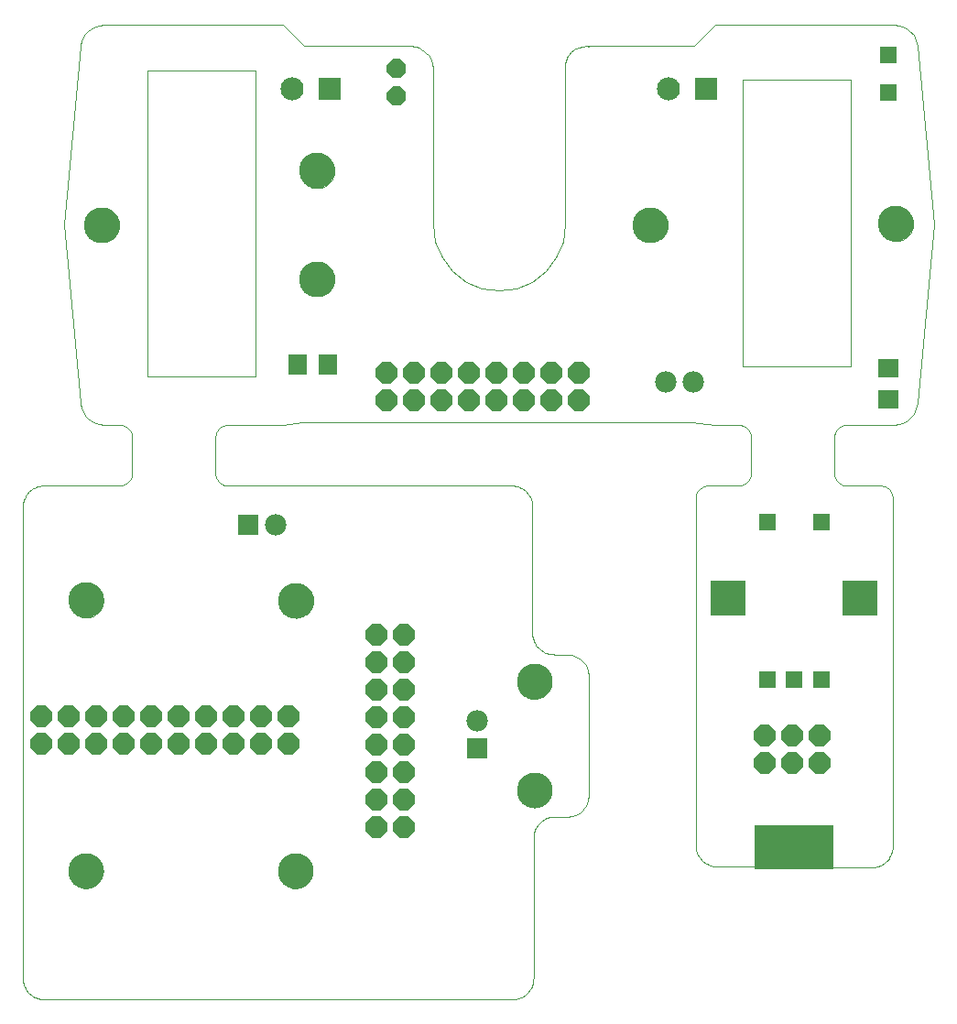
<source format=gts>
G75*
G70*
%OFA0B0*%
%FSLAX24Y24*%
%IPPOS*%
%LPD*%
%AMOC8*
5,1,8,0,0,1.08239X$1,22.5*
%
%ADD10C,0.0010*%
%ADD11C,0.0000*%
%ADD12C,0.1300*%
%ADD13R,0.0840X0.0840*%
%ADD14C,0.0840*%
%ADD15OC8,0.0780*%
%ADD16C,0.0780*%
%ADD17R,0.0780X0.0780*%
%ADD18OC8,0.0700*%
%ADD19R,0.0670X0.0750*%
%ADD20R,0.0750X0.0670*%
%ADD21R,0.0631X0.0631*%
%ADD22R,0.0634X0.0634*%
%ADD23R,0.1306X0.1306*%
%ADD24R,0.0640X0.1340*%
%ADD25R,0.2900X0.1600*%
D10*
X001892Y001853D02*
X001892Y018979D01*
X001893Y019033D01*
X001897Y019087D01*
X001905Y019141D01*
X001917Y019194D01*
X001933Y019246D01*
X001952Y019296D01*
X001975Y019345D01*
X002001Y019393D01*
X002030Y019438D01*
X002063Y019482D01*
X002098Y019523D01*
X002136Y019561D01*
X002177Y019596D01*
X002221Y019629D01*
X002266Y019658D01*
X002314Y019684D01*
X002363Y019707D01*
X002413Y019726D01*
X002465Y019742D01*
X002518Y019754D01*
X002572Y019762D01*
X002626Y019766D01*
X002680Y019767D01*
X002680Y019766D02*
X005396Y019766D01*
X005438Y019767D01*
X005480Y019771D01*
X005521Y019778D01*
X005561Y019790D01*
X005600Y019805D01*
X005638Y019824D01*
X005673Y019846D01*
X005706Y019871D01*
X005737Y019900D01*
X005765Y019931D01*
X005790Y019964D01*
X005812Y020000D01*
X005831Y020037D01*
X005846Y020076D01*
X005857Y020116D01*
X005865Y020158D01*
X005869Y020199D01*
X005869Y021499D01*
X005869Y021498D02*
X005868Y021540D01*
X005864Y021582D01*
X005857Y021623D01*
X005845Y021663D01*
X005830Y021702D01*
X005811Y021740D01*
X005789Y021775D01*
X005764Y021808D01*
X005735Y021839D01*
X005704Y021867D01*
X005671Y021892D01*
X005635Y021914D01*
X005598Y021933D01*
X005559Y021948D01*
X005519Y021959D01*
X005477Y021967D01*
X005436Y021971D01*
X004845Y021971D01*
X004852Y021978D02*
X004642Y022008D01*
X004542Y022038D01*
X004442Y022088D01*
X004352Y022138D01*
X004272Y022208D01*
X004192Y022288D01*
X004132Y022368D01*
X004082Y022458D01*
X004032Y022558D01*
X003992Y022768D01*
X003392Y029268D01*
X003992Y035758D01*
X004032Y035968D01*
X004082Y036068D01*
X004132Y036158D01*
X004192Y036238D01*
X004272Y036318D01*
X004352Y036388D01*
X004442Y036438D01*
X004542Y036488D01*
X004642Y036518D01*
X004852Y036548D01*
X011342Y036548D01*
X012132Y035758D01*
X015992Y035758D01*
X016202Y035728D01*
X016312Y035698D01*
X016402Y035648D01*
X016492Y035588D01*
X016572Y035518D01*
X016652Y035438D01*
X016712Y035348D01*
X016792Y035148D01*
X016822Y034928D01*
X016822Y029268D01*
X016902Y028638D01*
X017142Y028058D01*
X017522Y027568D01*
X018022Y027188D01*
X018602Y026948D01*
X019222Y026858D01*
X019842Y026948D01*
X020422Y027188D01*
X020922Y027568D01*
X021302Y028058D01*
X021542Y028638D01*
X021622Y029268D01*
X021622Y034928D01*
X021616Y034924D02*
X021614Y034979D01*
X021616Y035034D01*
X021621Y035088D01*
X021630Y035142D01*
X021643Y035195D01*
X021660Y035248D01*
X021681Y035298D01*
X021705Y035348D01*
X021732Y035395D01*
X021763Y035441D01*
X021797Y035484D01*
X021833Y035524D01*
X021873Y035562D01*
X021915Y035597D01*
X021960Y035629D01*
X022007Y035657D01*
X022055Y035683D01*
X022106Y035704D01*
X022157Y035722D01*
X022210Y035737D01*
X022264Y035747D01*
X022318Y035754D01*
X022373Y035757D01*
X022428Y035756D01*
X022483Y035751D01*
X022452Y035758D02*
X026312Y035758D01*
X027092Y036548D01*
X033592Y036548D01*
X033802Y036518D01*
X033902Y036488D01*
X034002Y036438D01*
X034092Y036388D01*
X034172Y036318D01*
X034312Y036158D01*
X034362Y036068D01*
X034402Y035968D01*
X034452Y035758D01*
X035052Y029268D01*
X034452Y022768D01*
X034402Y022558D01*
X034362Y022458D01*
X034312Y022368D01*
X034172Y022208D01*
X034092Y022138D01*
X034002Y022088D01*
X033902Y022038D01*
X033802Y022008D01*
X033592Y021978D01*
X033585Y021971D02*
X031892Y021971D01*
X031893Y021971D02*
X031851Y021970D01*
X031809Y021966D01*
X031768Y021959D01*
X031728Y021947D01*
X031689Y021932D01*
X031651Y021913D01*
X031616Y021891D01*
X031583Y021866D01*
X031552Y021837D01*
X031524Y021806D01*
X031499Y021773D01*
X031477Y021737D01*
X031458Y021700D01*
X031443Y021661D01*
X031432Y021621D01*
X031424Y021579D01*
X031420Y021538D01*
X031420Y020239D01*
X031421Y020197D01*
X031425Y020155D01*
X031432Y020114D01*
X031444Y020074D01*
X031459Y020035D01*
X031478Y019997D01*
X031500Y019962D01*
X031525Y019929D01*
X031554Y019898D01*
X031585Y019870D01*
X031618Y019845D01*
X031654Y019823D01*
X031691Y019804D01*
X031730Y019789D01*
X031770Y019778D01*
X031812Y019770D01*
X031853Y019766D01*
X033113Y019766D01*
X033113Y019767D02*
X033154Y019763D01*
X033196Y019755D01*
X033236Y019744D01*
X033275Y019729D01*
X033312Y019710D01*
X033348Y019688D01*
X033381Y019663D01*
X033412Y019635D01*
X033441Y019604D01*
X033466Y019571D01*
X033488Y019536D01*
X033507Y019498D01*
X033522Y019459D01*
X033534Y019419D01*
X033541Y019378D01*
X033545Y019336D01*
X033546Y019294D01*
X033546Y006656D01*
X033545Y006602D01*
X033541Y006548D01*
X033533Y006494D01*
X033521Y006441D01*
X033505Y006389D01*
X033486Y006339D01*
X033463Y006290D01*
X033437Y006242D01*
X033408Y006197D01*
X033375Y006153D01*
X033340Y006112D01*
X033302Y006074D01*
X033261Y006039D01*
X033217Y006006D01*
X033172Y005977D01*
X033124Y005951D01*
X033075Y005928D01*
X033025Y005909D01*
X032973Y005893D01*
X032920Y005881D01*
X032866Y005873D01*
X032812Y005869D01*
X032758Y005868D01*
X032758Y005869D02*
X027168Y005908D01*
X027114Y005909D01*
X027060Y005913D01*
X027006Y005921D01*
X026953Y005933D01*
X026901Y005949D01*
X026851Y005968D01*
X026802Y005991D01*
X026754Y006017D01*
X026709Y006046D01*
X026665Y006079D01*
X026624Y006114D01*
X026586Y006152D01*
X026551Y006193D01*
X026518Y006237D01*
X026489Y006282D01*
X026463Y006330D01*
X026440Y006379D01*
X026421Y006429D01*
X026405Y006481D01*
X026393Y006534D01*
X026385Y006588D01*
X026381Y006642D01*
X026380Y006696D01*
X026380Y006695D02*
X026380Y019333D01*
X026380Y019334D02*
X026384Y019375D01*
X026392Y019417D01*
X026403Y019457D01*
X026418Y019496D01*
X026437Y019533D01*
X026459Y019569D01*
X026484Y019602D01*
X026512Y019633D01*
X026543Y019662D01*
X026576Y019687D01*
X026611Y019709D01*
X026649Y019728D01*
X026688Y019743D01*
X026728Y019755D01*
X026769Y019762D01*
X026811Y019766D01*
X026853Y019767D01*
X026853Y019766D02*
X027916Y019766D01*
X027958Y019767D01*
X028000Y019771D01*
X028041Y019778D01*
X028081Y019790D01*
X028120Y019805D01*
X028158Y019824D01*
X028193Y019846D01*
X028226Y019871D01*
X028257Y019900D01*
X028285Y019931D01*
X028310Y019964D01*
X028332Y020000D01*
X028351Y020037D01*
X028366Y020076D01*
X028377Y020116D01*
X028385Y020158D01*
X028389Y020199D01*
X028388Y020199D02*
X028388Y021499D01*
X028389Y021498D02*
X028388Y021540D01*
X028384Y021582D01*
X028377Y021623D01*
X028365Y021663D01*
X028350Y021702D01*
X028331Y021740D01*
X028309Y021775D01*
X028284Y021808D01*
X028255Y021839D01*
X028224Y021867D01*
X028191Y021892D01*
X028155Y021914D01*
X028118Y021933D01*
X028079Y021948D01*
X028039Y021959D01*
X027997Y021967D01*
X027956Y021971D01*
X027955Y021971D02*
X027089Y021971D01*
X027092Y021978D02*
X026233Y022060D01*
X012053Y022060D01*
X011342Y021978D01*
X011341Y021971D02*
X009373Y021971D01*
X009331Y021970D01*
X009289Y021966D01*
X009248Y021959D01*
X009208Y021947D01*
X009169Y021932D01*
X009131Y021913D01*
X009096Y021891D01*
X009063Y021866D01*
X009032Y021837D01*
X009004Y021806D01*
X008979Y021773D01*
X008957Y021737D01*
X008938Y021700D01*
X008923Y021661D01*
X008912Y021621D01*
X008904Y021579D01*
X008900Y021538D01*
X008900Y020239D01*
X008901Y020197D01*
X008905Y020155D01*
X008912Y020114D01*
X008924Y020074D01*
X008939Y020035D01*
X008958Y019997D01*
X008980Y019962D01*
X009005Y019929D01*
X009034Y019898D01*
X009065Y019870D01*
X009098Y019845D01*
X009134Y019823D01*
X009171Y019804D01*
X009210Y019789D01*
X009250Y019778D01*
X009292Y019770D01*
X009333Y019766D01*
X019648Y019766D01*
X019648Y019767D02*
X019702Y019766D01*
X019756Y019762D01*
X019810Y019754D01*
X019863Y019742D01*
X019915Y019726D01*
X019965Y019707D01*
X020014Y019684D01*
X020062Y019658D01*
X020107Y019629D01*
X020151Y019596D01*
X020192Y019561D01*
X020230Y019523D01*
X020265Y019482D01*
X020298Y019438D01*
X020327Y019393D01*
X020353Y019345D01*
X020376Y019296D01*
X020395Y019246D01*
X020411Y019194D01*
X020423Y019141D01*
X020431Y019087D01*
X020435Y019033D01*
X020436Y018979D01*
X020436Y014412D01*
X020435Y014412D02*
X020436Y014358D01*
X020440Y014304D01*
X020448Y014250D01*
X020460Y014197D01*
X020476Y014145D01*
X020495Y014095D01*
X020518Y014046D01*
X020544Y013998D01*
X020573Y013953D01*
X020606Y013909D01*
X020641Y013868D01*
X020679Y013830D01*
X020720Y013795D01*
X020764Y013762D01*
X020809Y013733D01*
X020857Y013707D01*
X020906Y013684D01*
X020956Y013665D01*
X021008Y013649D01*
X021061Y013637D01*
X021115Y013629D01*
X021169Y013625D01*
X021223Y013624D01*
X021219Y013615D02*
X021698Y013615D01*
X021898Y013595D01*
X021998Y013555D01*
X022088Y013515D01*
X022178Y013455D01*
X022318Y013315D01*
X022378Y013225D01*
X022428Y013135D01*
X022458Y013035D01*
X022488Y012835D01*
X022488Y008505D01*
X022458Y008295D01*
X022428Y008195D01*
X022378Y008105D01*
X022318Y008025D01*
X022248Y007945D01*
X022178Y007875D01*
X022088Y007815D01*
X021998Y007775D01*
X021898Y007745D01*
X021698Y007715D01*
X021298Y007715D01*
X021263Y007719D02*
X021209Y007718D01*
X021155Y007714D01*
X021101Y007706D01*
X021048Y007694D01*
X020996Y007678D01*
X020946Y007659D01*
X020897Y007636D01*
X020849Y007610D01*
X020804Y007581D01*
X020760Y007548D01*
X020719Y007513D01*
X020681Y007475D01*
X020646Y007434D01*
X020613Y007390D01*
X020584Y007345D01*
X020558Y007297D01*
X020535Y007248D01*
X020516Y007198D01*
X020500Y007146D01*
X020488Y007093D01*
X020480Y007039D01*
X020476Y006985D01*
X020475Y006931D01*
X020475Y006932D02*
X020475Y001853D01*
X020474Y001799D01*
X020470Y001745D01*
X020462Y001691D01*
X020450Y001638D01*
X020434Y001586D01*
X020415Y001536D01*
X020392Y001487D01*
X020366Y001439D01*
X020337Y001394D01*
X020304Y001350D01*
X020269Y001309D01*
X020231Y001271D01*
X020190Y001236D01*
X020146Y001203D01*
X020101Y001174D01*
X020053Y001148D01*
X020004Y001125D01*
X019954Y001106D01*
X019902Y001090D01*
X019849Y001078D01*
X019795Y001070D01*
X019741Y001066D01*
X019687Y001065D01*
X019688Y001066D02*
X002680Y001066D01*
X002680Y001065D02*
X002626Y001066D01*
X002572Y001070D01*
X002518Y001078D01*
X002465Y001090D01*
X002413Y001106D01*
X002363Y001125D01*
X002314Y001148D01*
X002266Y001174D01*
X002221Y001203D01*
X002177Y001236D01*
X002136Y001271D01*
X002098Y001309D01*
X002063Y001350D01*
X002030Y001394D01*
X002001Y001439D01*
X001975Y001487D01*
X001952Y001536D01*
X001933Y001586D01*
X001917Y001638D01*
X001905Y001691D01*
X001897Y001745D01*
X001893Y001799D01*
X001892Y001853D01*
X006422Y023748D02*
X006422Y034857D01*
X010362Y034857D01*
X010362Y023748D01*
X006422Y023748D01*
X028082Y024102D02*
X032012Y024102D01*
X032012Y034543D01*
X028082Y034543D01*
X028082Y024102D01*
D11*
X024097Y029254D02*
X024099Y029304D01*
X024105Y029354D01*
X024115Y029403D01*
X024129Y029451D01*
X024146Y029498D01*
X024167Y029543D01*
X024192Y029587D01*
X024220Y029628D01*
X024252Y029667D01*
X024286Y029704D01*
X024323Y029738D01*
X024363Y029768D01*
X024405Y029795D01*
X024449Y029819D01*
X024495Y029840D01*
X024542Y029856D01*
X024590Y029869D01*
X024640Y029878D01*
X024689Y029883D01*
X024740Y029884D01*
X024790Y029881D01*
X024839Y029874D01*
X024888Y029863D01*
X024936Y029848D01*
X024982Y029830D01*
X025027Y029808D01*
X025070Y029782D01*
X025111Y029753D01*
X025150Y029721D01*
X025186Y029686D01*
X025218Y029648D01*
X025248Y029608D01*
X025275Y029565D01*
X025298Y029521D01*
X025317Y029475D01*
X025333Y029427D01*
X025345Y029378D01*
X025353Y029329D01*
X025357Y029279D01*
X025357Y029229D01*
X025353Y029179D01*
X025345Y029130D01*
X025333Y029081D01*
X025317Y029033D01*
X025298Y028987D01*
X025275Y028943D01*
X025248Y028900D01*
X025218Y028860D01*
X025186Y028822D01*
X025150Y028787D01*
X025111Y028755D01*
X025070Y028726D01*
X025027Y028700D01*
X024982Y028678D01*
X024936Y028660D01*
X024888Y028645D01*
X024839Y028634D01*
X024790Y028627D01*
X024740Y028624D01*
X024689Y028625D01*
X024640Y028630D01*
X024590Y028639D01*
X024542Y028652D01*
X024495Y028668D01*
X024449Y028689D01*
X024405Y028713D01*
X024363Y028740D01*
X024323Y028770D01*
X024286Y028804D01*
X024252Y028841D01*
X024220Y028880D01*
X024192Y028921D01*
X024167Y028965D01*
X024146Y029010D01*
X024129Y029057D01*
X024115Y029105D01*
X024105Y029154D01*
X024099Y029204D01*
X024097Y029254D01*
X033034Y029294D02*
X033036Y029344D01*
X033042Y029394D01*
X033052Y029443D01*
X033066Y029491D01*
X033083Y029538D01*
X033104Y029583D01*
X033129Y029627D01*
X033157Y029668D01*
X033189Y029707D01*
X033223Y029744D01*
X033260Y029778D01*
X033300Y029808D01*
X033342Y029835D01*
X033386Y029859D01*
X033432Y029880D01*
X033479Y029896D01*
X033527Y029909D01*
X033577Y029918D01*
X033626Y029923D01*
X033677Y029924D01*
X033727Y029921D01*
X033776Y029914D01*
X033825Y029903D01*
X033873Y029888D01*
X033919Y029870D01*
X033964Y029848D01*
X034007Y029822D01*
X034048Y029793D01*
X034087Y029761D01*
X034123Y029726D01*
X034155Y029688D01*
X034185Y029648D01*
X034212Y029605D01*
X034235Y029561D01*
X034254Y029515D01*
X034270Y029467D01*
X034282Y029418D01*
X034290Y029369D01*
X034294Y029319D01*
X034294Y029269D01*
X034290Y029219D01*
X034282Y029170D01*
X034270Y029121D01*
X034254Y029073D01*
X034235Y029027D01*
X034212Y028983D01*
X034185Y028940D01*
X034155Y028900D01*
X034123Y028862D01*
X034087Y028827D01*
X034048Y028795D01*
X034007Y028766D01*
X033964Y028740D01*
X033919Y028718D01*
X033873Y028700D01*
X033825Y028685D01*
X033776Y028674D01*
X033727Y028667D01*
X033677Y028664D01*
X033626Y028665D01*
X033577Y028670D01*
X033527Y028679D01*
X033479Y028692D01*
X033432Y028708D01*
X033386Y028729D01*
X033342Y028753D01*
X033300Y028780D01*
X033260Y028810D01*
X033223Y028844D01*
X033189Y028881D01*
X033157Y028920D01*
X033129Y028961D01*
X033104Y029005D01*
X033083Y029050D01*
X033066Y029097D01*
X033052Y029145D01*
X033042Y029194D01*
X033036Y029244D01*
X033034Y029294D01*
X019878Y012635D02*
X019880Y012685D01*
X019886Y012735D01*
X019896Y012784D01*
X019910Y012832D01*
X019927Y012879D01*
X019948Y012924D01*
X019973Y012968D01*
X020001Y013009D01*
X020033Y013048D01*
X020067Y013085D01*
X020104Y013119D01*
X020144Y013149D01*
X020186Y013176D01*
X020230Y013200D01*
X020276Y013221D01*
X020323Y013237D01*
X020371Y013250D01*
X020421Y013259D01*
X020470Y013264D01*
X020521Y013265D01*
X020571Y013262D01*
X020620Y013255D01*
X020669Y013244D01*
X020717Y013229D01*
X020763Y013211D01*
X020808Y013189D01*
X020851Y013163D01*
X020892Y013134D01*
X020931Y013102D01*
X020967Y013067D01*
X020999Y013029D01*
X021029Y012989D01*
X021056Y012946D01*
X021079Y012902D01*
X021098Y012856D01*
X021114Y012808D01*
X021126Y012759D01*
X021134Y012710D01*
X021138Y012660D01*
X021138Y012610D01*
X021134Y012560D01*
X021126Y012511D01*
X021114Y012462D01*
X021098Y012414D01*
X021079Y012368D01*
X021056Y012324D01*
X021029Y012281D01*
X020999Y012241D01*
X020967Y012203D01*
X020931Y012168D01*
X020892Y012136D01*
X020851Y012107D01*
X020808Y012081D01*
X020763Y012059D01*
X020717Y012041D01*
X020669Y012026D01*
X020620Y012015D01*
X020571Y012008D01*
X020521Y012005D01*
X020470Y012006D01*
X020421Y012011D01*
X020371Y012020D01*
X020323Y012033D01*
X020276Y012049D01*
X020230Y012070D01*
X020186Y012094D01*
X020144Y012121D01*
X020104Y012151D01*
X020067Y012185D01*
X020033Y012222D01*
X020001Y012261D01*
X019973Y012302D01*
X019948Y012346D01*
X019927Y012391D01*
X019910Y012438D01*
X019896Y012486D01*
X019886Y012535D01*
X019880Y012585D01*
X019878Y012635D01*
X019878Y008685D02*
X019880Y008735D01*
X019886Y008785D01*
X019896Y008834D01*
X019910Y008882D01*
X019927Y008929D01*
X019948Y008974D01*
X019973Y009018D01*
X020001Y009059D01*
X020033Y009098D01*
X020067Y009135D01*
X020104Y009169D01*
X020144Y009199D01*
X020186Y009226D01*
X020230Y009250D01*
X020276Y009271D01*
X020323Y009287D01*
X020371Y009300D01*
X020421Y009309D01*
X020470Y009314D01*
X020521Y009315D01*
X020571Y009312D01*
X020620Y009305D01*
X020669Y009294D01*
X020717Y009279D01*
X020763Y009261D01*
X020808Y009239D01*
X020851Y009213D01*
X020892Y009184D01*
X020931Y009152D01*
X020967Y009117D01*
X020999Y009079D01*
X021029Y009039D01*
X021056Y008996D01*
X021079Y008952D01*
X021098Y008906D01*
X021114Y008858D01*
X021126Y008809D01*
X021134Y008760D01*
X021138Y008710D01*
X021138Y008660D01*
X021134Y008610D01*
X021126Y008561D01*
X021114Y008512D01*
X021098Y008464D01*
X021079Y008418D01*
X021056Y008374D01*
X021029Y008331D01*
X020999Y008291D01*
X020967Y008253D01*
X020931Y008218D01*
X020892Y008186D01*
X020851Y008157D01*
X020808Y008131D01*
X020763Y008109D01*
X020717Y008091D01*
X020669Y008076D01*
X020620Y008065D01*
X020571Y008058D01*
X020521Y008055D01*
X020470Y008056D01*
X020421Y008061D01*
X020371Y008070D01*
X020323Y008083D01*
X020276Y008099D01*
X020230Y008120D01*
X020186Y008144D01*
X020144Y008171D01*
X020104Y008201D01*
X020067Y008235D01*
X020033Y008272D01*
X020001Y008311D01*
X019973Y008352D01*
X019948Y008396D01*
X019927Y008441D01*
X019910Y008488D01*
X019896Y008536D01*
X019886Y008585D01*
X019880Y008635D01*
X019878Y008685D01*
X011178Y005745D02*
X011180Y005795D01*
X011186Y005845D01*
X011196Y005894D01*
X011210Y005942D01*
X011227Y005989D01*
X011248Y006034D01*
X011273Y006078D01*
X011301Y006119D01*
X011333Y006158D01*
X011367Y006195D01*
X011404Y006229D01*
X011444Y006259D01*
X011486Y006286D01*
X011530Y006310D01*
X011576Y006331D01*
X011623Y006347D01*
X011671Y006360D01*
X011721Y006369D01*
X011770Y006374D01*
X011821Y006375D01*
X011871Y006372D01*
X011920Y006365D01*
X011969Y006354D01*
X012017Y006339D01*
X012063Y006321D01*
X012108Y006299D01*
X012151Y006273D01*
X012192Y006244D01*
X012231Y006212D01*
X012267Y006177D01*
X012299Y006139D01*
X012329Y006099D01*
X012356Y006056D01*
X012379Y006012D01*
X012398Y005966D01*
X012414Y005918D01*
X012426Y005869D01*
X012434Y005820D01*
X012438Y005770D01*
X012438Y005720D01*
X012434Y005670D01*
X012426Y005621D01*
X012414Y005572D01*
X012398Y005524D01*
X012379Y005478D01*
X012356Y005434D01*
X012329Y005391D01*
X012299Y005351D01*
X012267Y005313D01*
X012231Y005278D01*
X012192Y005246D01*
X012151Y005217D01*
X012108Y005191D01*
X012063Y005169D01*
X012017Y005151D01*
X011969Y005136D01*
X011920Y005125D01*
X011871Y005118D01*
X011821Y005115D01*
X011770Y005116D01*
X011721Y005121D01*
X011671Y005130D01*
X011623Y005143D01*
X011576Y005159D01*
X011530Y005180D01*
X011486Y005204D01*
X011444Y005231D01*
X011404Y005261D01*
X011367Y005295D01*
X011333Y005332D01*
X011301Y005371D01*
X011273Y005412D01*
X011248Y005456D01*
X011227Y005501D01*
X011210Y005548D01*
X011196Y005596D01*
X011186Y005645D01*
X011180Y005695D01*
X011178Y005745D01*
X003548Y005745D02*
X003550Y005795D01*
X003556Y005845D01*
X003566Y005894D01*
X003580Y005942D01*
X003597Y005989D01*
X003618Y006034D01*
X003643Y006078D01*
X003671Y006119D01*
X003703Y006158D01*
X003737Y006195D01*
X003774Y006229D01*
X003814Y006259D01*
X003856Y006286D01*
X003900Y006310D01*
X003946Y006331D01*
X003993Y006347D01*
X004041Y006360D01*
X004091Y006369D01*
X004140Y006374D01*
X004191Y006375D01*
X004241Y006372D01*
X004290Y006365D01*
X004339Y006354D01*
X004387Y006339D01*
X004433Y006321D01*
X004478Y006299D01*
X004521Y006273D01*
X004562Y006244D01*
X004601Y006212D01*
X004637Y006177D01*
X004669Y006139D01*
X004699Y006099D01*
X004726Y006056D01*
X004749Y006012D01*
X004768Y005966D01*
X004784Y005918D01*
X004796Y005869D01*
X004804Y005820D01*
X004808Y005770D01*
X004808Y005720D01*
X004804Y005670D01*
X004796Y005621D01*
X004784Y005572D01*
X004768Y005524D01*
X004749Y005478D01*
X004726Y005434D01*
X004699Y005391D01*
X004669Y005351D01*
X004637Y005313D01*
X004601Y005278D01*
X004562Y005246D01*
X004521Y005217D01*
X004478Y005191D01*
X004433Y005169D01*
X004387Y005151D01*
X004339Y005136D01*
X004290Y005125D01*
X004241Y005118D01*
X004191Y005115D01*
X004140Y005116D01*
X004091Y005121D01*
X004041Y005130D01*
X003993Y005143D01*
X003946Y005159D01*
X003900Y005180D01*
X003856Y005204D01*
X003814Y005231D01*
X003774Y005261D01*
X003737Y005295D01*
X003703Y005332D01*
X003671Y005371D01*
X003643Y005412D01*
X003618Y005456D01*
X003597Y005501D01*
X003580Y005548D01*
X003566Y005596D01*
X003556Y005645D01*
X003550Y005695D01*
X003548Y005745D01*
X003558Y015595D02*
X003560Y015645D01*
X003566Y015695D01*
X003576Y015744D01*
X003590Y015792D01*
X003607Y015839D01*
X003628Y015884D01*
X003653Y015928D01*
X003681Y015969D01*
X003713Y016008D01*
X003747Y016045D01*
X003784Y016079D01*
X003824Y016109D01*
X003866Y016136D01*
X003910Y016160D01*
X003956Y016181D01*
X004003Y016197D01*
X004051Y016210D01*
X004101Y016219D01*
X004150Y016224D01*
X004201Y016225D01*
X004251Y016222D01*
X004300Y016215D01*
X004349Y016204D01*
X004397Y016189D01*
X004443Y016171D01*
X004488Y016149D01*
X004531Y016123D01*
X004572Y016094D01*
X004611Y016062D01*
X004647Y016027D01*
X004679Y015989D01*
X004709Y015949D01*
X004736Y015906D01*
X004759Y015862D01*
X004778Y015816D01*
X004794Y015768D01*
X004806Y015719D01*
X004814Y015670D01*
X004818Y015620D01*
X004818Y015570D01*
X004814Y015520D01*
X004806Y015471D01*
X004794Y015422D01*
X004778Y015374D01*
X004759Y015328D01*
X004736Y015284D01*
X004709Y015241D01*
X004679Y015201D01*
X004647Y015163D01*
X004611Y015128D01*
X004572Y015096D01*
X004531Y015067D01*
X004488Y015041D01*
X004443Y015019D01*
X004397Y015001D01*
X004349Y014986D01*
X004300Y014975D01*
X004251Y014968D01*
X004201Y014965D01*
X004150Y014966D01*
X004101Y014971D01*
X004051Y014980D01*
X004003Y014993D01*
X003956Y015009D01*
X003910Y015030D01*
X003866Y015054D01*
X003824Y015081D01*
X003784Y015111D01*
X003747Y015145D01*
X003713Y015182D01*
X003681Y015221D01*
X003653Y015262D01*
X003628Y015306D01*
X003607Y015351D01*
X003590Y015398D01*
X003576Y015446D01*
X003566Y015495D01*
X003560Y015545D01*
X003558Y015595D01*
X011198Y015585D02*
X011200Y015635D01*
X011206Y015685D01*
X011216Y015734D01*
X011230Y015782D01*
X011247Y015829D01*
X011268Y015874D01*
X011293Y015918D01*
X011321Y015959D01*
X011353Y015998D01*
X011387Y016035D01*
X011424Y016069D01*
X011464Y016099D01*
X011506Y016126D01*
X011550Y016150D01*
X011596Y016171D01*
X011643Y016187D01*
X011691Y016200D01*
X011741Y016209D01*
X011790Y016214D01*
X011841Y016215D01*
X011891Y016212D01*
X011940Y016205D01*
X011989Y016194D01*
X012037Y016179D01*
X012083Y016161D01*
X012128Y016139D01*
X012171Y016113D01*
X012212Y016084D01*
X012251Y016052D01*
X012287Y016017D01*
X012319Y015979D01*
X012349Y015939D01*
X012376Y015896D01*
X012399Y015852D01*
X012418Y015806D01*
X012434Y015758D01*
X012446Y015709D01*
X012454Y015660D01*
X012458Y015610D01*
X012458Y015560D01*
X012454Y015510D01*
X012446Y015461D01*
X012434Y015412D01*
X012418Y015364D01*
X012399Y015318D01*
X012376Y015274D01*
X012349Y015231D01*
X012319Y015191D01*
X012287Y015153D01*
X012251Y015118D01*
X012212Y015086D01*
X012171Y015057D01*
X012128Y015031D01*
X012083Y015009D01*
X012037Y014991D01*
X011989Y014976D01*
X011940Y014965D01*
X011891Y014958D01*
X011841Y014955D01*
X011790Y014956D01*
X011741Y014961D01*
X011691Y014970D01*
X011643Y014983D01*
X011596Y014999D01*
X011550Y015020D01*
X011506Y015044D01*
X011464Y015071D01*
X011424Y015101D01*
X011387Y015135D01*
X011353Y015172D01*
X011321Y015211D01*
X011293Y015252D01*
X011268Y015296D01*
X011247Y015341D01*
X011230Y015388D01*
X011216Y015436D01*
X011206Y015485D01*
X011200Y015535D01*
X011198Y015585D01*
X011971Y027286D02*
X011973Y027336D01*
X011979Y027386D01*
X011989Y027435D01*
X012003Y027483D01*
X012020Y027530D01*
X012041Y027575D01*
X012066Y027619D01*
X012094Y027660D01*
X012126Y027699D01*
X012160Y027736D01*
X012197Y027770D01*
X012237Y027800D01*
X012279Y027827D01*
X012323Y027851D01*
X012369Y027872D01*
X012416Y027888D01*
X012464Y027901D01*
X012514Y027910D01*
X012563Y027915D01*
X012614Y027916D01*
X012664Y027913D01*
X012713Y027906D01*
X012762Y027895D01*
X012810Y027880D01*
X012856Y027862D01*
X012901Y027840D01*
X012944Y027814D01*
X012985Y027785D01*
X013024Y027753D01*
X013060Y027718D01*
X013092Y027680D01*
X013122Y027640D01*
X013149Y027597D01*
X013172Y027553D01*
X013191Y027507D01*
X013207Y027459D01*
X013219Y027410D01*
X013227Y027361D01*
X013231Y027311D01*
X013231Y027261D01*
X013227Y027211D01*
X013219Y027162D01*
X013207Y027113D01*
X013191Y027065D01*
X013172Y027019D01*
X013149Y026975D01*
X013122Y026932D01*
X013092Y026892D01*
X013060Y026854D01*
X013024Y026819D01*
X012985Y026787D01*
X012944Y026758D01*
X012901Y026732D01*
X012856Y026710D01*
X012810Y026692D01*
X012762Y026677D01*
X012713Y026666D01*
X012664Y026659D01*
X012614Y026656D01*
X012563Y026657D01*
X012514Y026662D01*
X012464Y026671D01*
X012416Y026684D01*
X012369Y026700D01*
X012323Y026721D01*
X012279Y026745D01*
X012237Y026772D01*
X012197Y026802D01*
X012160Y026836D01*
X012126Y026873D01*
X012094Y026912D01*
X012066Y026953D01*
X012041Y026997D01*
X012020Y027042D01*
X012003Y027089D01*
X011989Y027137D01*
X011979Y027186D01*
X011973Y027236D01*
X011971Y027286D01*
X011971Y031223D02*
X011973Y031273D01*
X011979Y031323D01*
X011989Y031372D01*
X012003Y031420D01*
X012020Y031467D01*
X012041Y031512D01*
X012066Y031556D01*
X012094Y031597D01*
X012126Y031636D01*
X012160Y031673D01*
X012197Y031707D01*
X012237Y031737D01*
X012279Y031764D01*
X012323Y031788D01*
X012369Y031809D01*
X012416Y031825D01*
X012464Y031838D01*
X012514Y031847D01*
X012563Y031852D01*
X012614Y031853D01*
X012664Y031850D01*
X012713Y031843D01*
X012762Y031832D01*
X012810Y031817D01*
X012856Y031799D01*
X012901Y031777D01*
X012944Y031751D01*
X012985Y031722D01*
X013024Y031690D01*
X013060Y031655D01*
X013092Y031617D01*
X013122Y031577D01*
X013149Y031534D01*
X013172Y031490D01*
X013191Y031444D01*
X013207Y031396D01*
X013219Y031347D01*
X013227Y031298D01*
X013231Y031248D01*
X013231Y031198D01*
X013227Y031148D01*
X013219Y031099D01*
X013207Y031050D01*
X013191Y031002D01*
X013172Y030956D01*
X013149Y030912D01*
X013122Y030869D01*
X013092Y030829D01*
X013060Y030791D01*
X013024Y030756D01*
X012985Y030724D01*
X012944Y030695D01*
X012901Y030669D01*
X012856Y030647D01*
X012810Y030629D01*
X012762Y030614D01*
X012713Y030603D01*
X012664Y030596D01*
X012614Y030593D01*
X012563Y030594D01*
X012514Y030599D01*
X012464Y030608D01*
X012416Y030621D01*
X012369Y030637D01*
X012323Y030658D01*
X012279Y030682D01*
X012237Y030709D01*
X012197Y030739D01*
X012160Y030773D01*
X012126Y030810D01*
X012094Y030849D01*
X012066Y030890D01*
X012041Y030934D01*
X012020Y030979D01*
X012003Y031026D01*
X011989Y031074D01*
X011979Y031123D01*
X011973Y031173D01*
X011971Y031223D01*
X004136Y029254D02*
X004138Y029304D01*
X004144Y029354D01*
X004154Y029403D01*
X004168Y029451D01*
X004185Y029498D01*
X004206Y029543D01*
X004231Y029587D01*
X004259Y029628D01*
X004291Y029667D01*
X004325Y029704D01*
X004362Y029738D01*
X004402Y029768D01*
X004444Y029795D01*
X004488Y029819D01*
X004534Y029840D01*
X004581Y029856D01*
X004629Y029869D01*
X004679Y029878D01*
X004728Y029883D01*
X004779Y029884D01*
X004829Y029881D01*
X004878Y029874D01*
X004927Y029863D01*
X004975Y029848D01*
X005021Y029830D01*
X005066Y029808D01*
X005109Y029782D01*
X005150Y029753D01*
X005189Y029721D01*
X005225Y029686D01*
X005257Y029648D01*
X005287Y029608D01*
X005314Y029565D01*
X005337Y029521D01*
X005356Y029475D01*
X005372Y029427D01*
X005384Y029378D01*
X005392Y029329D01*
X005396Y029279D01*
X005396Y029229D01*
X005392Y029179D01*
X005384Y029130D01*
X005372Y029081D01*
X005356Y029033D01*
X005337Y028987D01*
X005314Y028943D01*
X005287Y028900D01*
X005257Y028860D01*
X005225Y028822D01*
X005189Y028787D01*
X005150Y028755D01*
X005109Y028726D01*
X005066Y028700D01*
X005021Y028678D01*
X004975Y028660D01*
X004927Y028645D01*
X004878Y028634D01*
X004829Y028627D01*
X004779Y028624D01*
X004728Y028625D01*
X004679Y028630D01*
X004629Y028639D01*
X004581Y028652D01*
X004534Y028668D01*
X004488Y028689D01*
X004444Y028713D01*
X004402Y028740D01*
X004362Y028770D01*
X004325Y028804D01*
X004291Y028841D01*
X004259Y028880D01*
X004231Y028921D01*
X004206Y028965D01*
X004185Y029010D01*
X004168Y029057D01*
X004154Y029105D01*
X004144Y029154D01*
X004138Y029204D01*
X004136Y029254D01*
D12*
X004766Y029254D03*
X012601Y027286D03*
X012601Y031223D03*
X024727Y029254D03*
X033664Y029294D03*
X020508Y012635D03*
X020508Y008685D03*
X011808Y005745D03*
X004178Y005745D03*
X004188Y015595D03*
X011828Y015585D03*
D13*
X013073Y034215D03*
X026774Y034215D03*
D14*
X025396Y034215D03*
X011695Y034215D03*
D15*
X015129Y023861D03*
X015129Y022861D03*
X016129Y022861D03*
X016129Y023861D03*
X017129Y023861D03*
X017129Y022861D03*
X018129Y022861D03*
X019129Y022861D03*
X019129Y023861D03*
X018129Y023861D03*
X020129Y023861D03*
X020129Y022861D03*
X021129Y022861D03*
X021129Y023861D03*
X022129Y023861D03*
X022129Y022861D03*
X015751Y014325D03*
X015751Y013325D03*
X015751Y012325D03*
X015751Y011325D03*
X015751Y010325D03*
X015751Y009325D03*
X015751Y008325D03*
X015751Y007325D03*
X014751Y007325D03*
X014751Y008325D03*
X014751Y009325D03*
X014751Y010325D03*
X014751Y011325D03*
X014751Y012325D03*
X014751Y013325D03*
X014751Y014325D03*
X011550Y011369D03*
X010550Y011369D03*
X009550Y011369D03*
X008550Y011369D03*
X007550Y011369D03*
X006550Y011369D03*
X005550Y011369D03*
X004550Y011369D03*
X003550Y011369D03*
X002550Y011369D03*
X002550Y010369D03*
X003550Y010369D03*
X004550Y010369D03*
X005550Y010369D03*
X006550Y010369D03*
X007550Y010369D03*
X008550Y010369D03*
X009550Y010369D03*
X010550Y010369D03*
X011550Y010369D03*
X028884Y010660D03*
X028884Y009660D03*
X029884Y009660D03*
X030884Y009660D03*
X030884Y010660D03*
X029884Y010660D03*
D16*
X018428Y011199D03*
X011081Y018349D03*
X025278Y023546D03*
X026278Y023546D03*
D17*
X018428Y010199D03*
X010081Y018349D03*
D18*
X015475Y033951D03*
X015475Y034951D03*
D19*
X013003Y024176D03*
X011884Y024176D03*
D20*
X033388Y024027D03*
X033388Y022907D03*
D21*
X033388Y034077D03*
X033388Y035455D03*
D22*
X030947Y018428D03*
X028979Y018428D03*
X028979Y012719D03*
X029963Y012719D03*
X030947Y012719D03*
D23*
X032365Y015672D03*
X027562Y015672D03*
D24*
X028963Y006617D03*
X029963Y006617D03*
X030963Y006617D03*
D25*
X029963Y006617D03*
M02*

</source>
